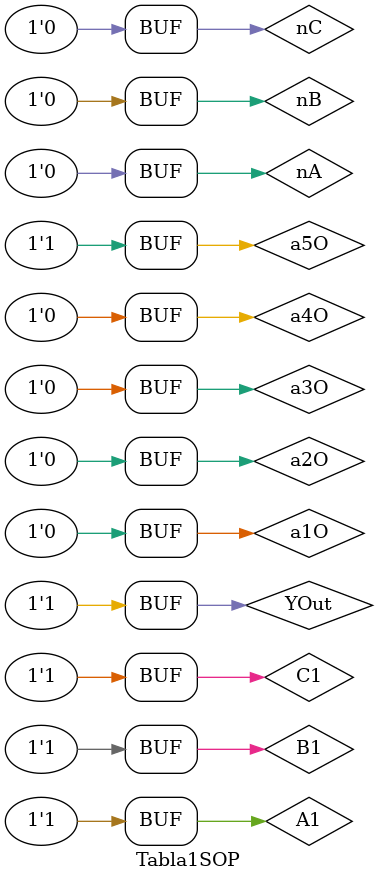
<source format=v>
module Tabla1SOP();
  wire nA, nB, nC, a1O, a2O, a3O, a4O, a5O, YOut;
  reg A1, B1, C1;
  not n1 (nA, A1);
  not n2 (nB, B1);
  not n3 (nC, C1);
  and a1 (a1O, nA, nB, nC);
  and a2 (a2O, nA, B1, nC);
  and a3 (a3O, A1, nB, nC);
  and a4 (a4O, A1, nB, C1);
  and a5 (a5O, A1, B1, C1);
  or o1 (YOut, a1O, a2O, a3O, a4O, a5O);

  initial begin
      $display ("A B C | Y");
      $display ("=========");
      $monitor ("%b %b %b | %b", A1, B1, C1, YOut);
      A1 = 0; B1 = 0 ; C1 = 0;
      #1 C1 = 1;
      #1 B1 = 1; C1 = 0;
      #1 C1 = 1;
      #1 A1 = 1; B1 = 0; C1 = 0;
      #1 C1 = 1;
      #1 B1 = 1; C1 = 0;
      #1 C1 = 1;
  end
  initial
    begin
      $dumpfile("Tabla1SOP_tb.vcd");
      $dumpvars(0, Tabla1SOP); 
    end
endmodule

</source>
